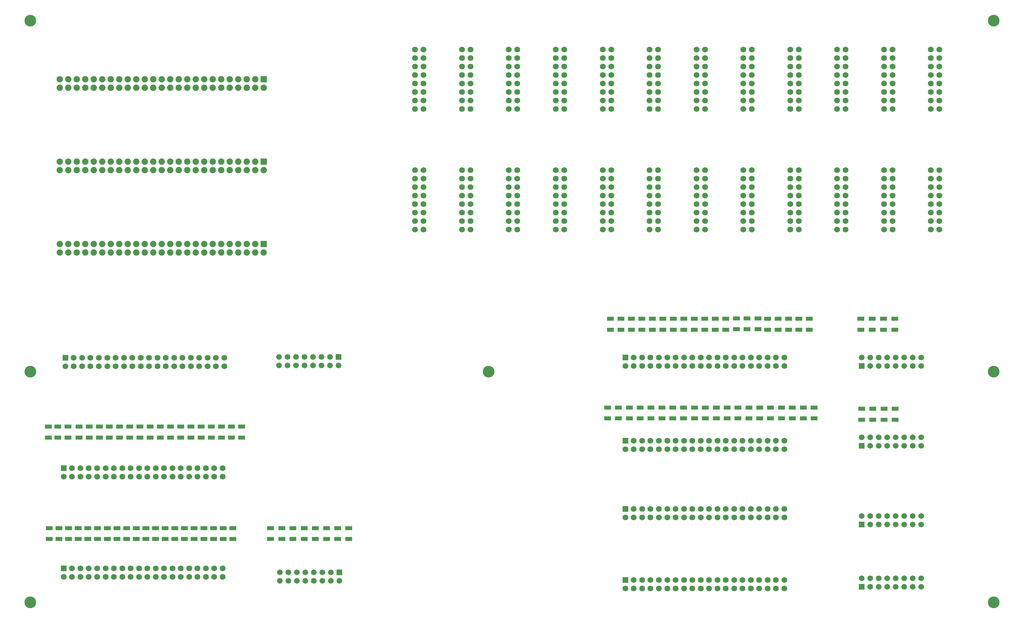
<source format=gts>
G04*
G04 #@! TF.GenerationSoftware,Altium Limited,Altium Designer,23.7.1 (13)*
G04*
G04 Layer_Color=8388736*
%FSLAX44Y44*%
%MOMM*%
G71*
G04*
G04 #@! TF.SameCoordinates,B1C70322-BD44-42DD-AC63-955F88C0B9D7*
G04*
G04*
G04 #@! TF.FilePolarity,Negative*
G04*
G01*
G75*
%ADD14R,2.0032X1.2032*%
%ADD15C,1.7272*%
%ADD16R,1.7032X1.7032*%
%ADD17C,1.7032*%
%ADD18R,1.7272X1.7272*%
%ADD19C,1.9032*%
%ADD20R,1.9032X1.9032*%
%ADD21C,3.5032*%
D14*
X1794510Y908050D02*
D03*
Y875550D02*
D03*
X778510Y281940D02*
D03*
Y249440D02*
D03*
X811893Y281940D02*
D03*
Y249440D02*
D03*
X845276Y281940D02*
D03*
Y249440D02*
D03*
X878659Y281940D02*
D03*
Y249440D02*
D03*
X912041Y281940D02*
D03*
Y249440D02*
D03*
X945424Y281940D02*
D03*
Y249440D02*
D03*
X978807Y281940D02*
D03*
Y249440D02*
D03*
X1012190Y281940D02*
D03*
Y249440D02*
D03*
X665480Y281940D02*
D03*
Y249440D02*
D03*
X636604Y281940D02*
D03*
Y249440D02*
D03*
X607728Y281940D02*
D03*
Y249440D02*
D03*
X578853Y281940D02*
D03*
Y249440D02*
D03*
X549977Y281940D02*
D03*
Y249440D02*
D03*
X2545080Y638810D02*
D03*
Y606310D02*
D03*
X203467Y281940D02*
D03*
Y249440D02*
D03*
X2542540Y908050D02*
D03*
Y875550D02*
D03*
X2578523Y638810D02*
D03*
Y606310D02*
D03*
X521101Y281940D02*
D03*
Y249440D02*
D03*
X174592Y281940D02*
D03*
Y249440D02*
D03*
X2576407Y908050D02*
D03*
Y875550D02*
D03*
X2611967Y638810D02*
D03*
Y606310D02*
D03*
X145716Y281940D02*
D03*
Y249440D02*
D03*
X2610273Y908050D02*
D03*
Y875550D02*
D03*
X2645410Y638810D02*
D03*
Y606310D02*
D03*
X116840Y281940D02*
D03*
Y249440D02*
D03*
X2644140Y908050D02*
D03*
Y875550D02*
D03*
X692150Y585470D02*
D03*
Y552970D02*
D03*
X2402840Y642620D02*
D03*
Y610120D02*
D03*
X492225Y281940D02*
D03*
Y249440D02*
D03*
X661737Y585470D02*
D03*
Y552970D02*
D03*
X2388869Y908050D02*
D03*
Y875550D02*
D03*
X2370355Y642620D02*
D03*
Y610120D02*
D03*
X631324Y585470D02*
D03*
Y552970D02*
D03*
X2357587Y908050D02*
D03*
Y875550D02*
D03*
X2337869Y642620D02*
D03*
Y610120D02*
D03*
X463349Y281940D02*
D03*
Y249440D02*
D03*
X600910Y585470D02*
D03*
Y552970D02*
D03*
X2326305Y908050D02*
D03*
Y875550D02*
D03*
X2305384Y642620D02*
D03*
Y610120D02*
D03*
X570497Y585470D02*
D03*
Y552970D02*
D03*
X2295023Y908050D02*
D03*
Y875550D02*
D03*
X2272899Y642620D02*
D03*
Y610120D02*
D03*
X434474Y281940D02*
D03*
Y249440D02*
D03*
X540084Y585470D02*
D03*
Y552970D02*
D03*
X2263741Y908050D02*
D03*
Y875550D02*
D03*
X2240414Y642620D02*
D03*
Y610120D02*
D03*
X509671Y585470D02*
D03*
Y552970D02*
D03*
X2235200Y909320D02*
D03*
Y876820D02*
D03*
X2207928Y642620D02*
D03*
Y610120D02*
D03*
X405598Y281940D02*
D03*
Y249440D02*
D03*
X479258Y585470D02*
D03*
Y552970D02*
D03*
X2201979Y909320D02*
D03*
Y876820D02*
D03*
X2175443Y642620D02*
D03*
Y610120D02*
D03*
X448845Y585470D02*
D03*
Y552970D02*
D03*
X2170697Y909320D02*
D03*
Y876820D02*
D03*
X2142958Y642620D02*
D03*
Y610120D02*
D03*
X376722Y281940D02*
D03*
Y249440D02*
D03*
X418432Y585470D02*
D03*
Y552970D02*
D03*
X2138613Y908050D02*
D03*
Y875550D02*
D03*
X2110473Y642620D02*
D03*
Y610120D02*
D03*
X388018Y585470D02*
D03*
Y552970D02*
D03*
X2107331Y908050D02*
D03*
Y875550D02*
D03*
X2077987Y642620D02*
D03*
Y610120D02*
D03*
X347846Y281940D02*
D03*
Y249440D02*
D03*
X357605Y585470D02*
D03*
Y552970D02*
D03*
X2076049Y908050D02*
D03*
Y875550D02*
D03*
X2045502Y642620D02*
D03*
Y610120D02*
D03*
X327192Y585470D02*
D03*
Y552970D02*
D03*
X2044767Y908050D02*
D03*
Y875550D02*
D03*
X2013017Y642620D02*
D03*
Y610120D02*
D03*
X318971Y281940D02*
D03*
Y249440D02*
D03*
X296779Y585470D02*
D03*
Y552970D02*
D03*
X2013485Y908050D02*
D03*
Y875550D02*
D03*
X1980531Y642620D02*
D03*
Y610120D02*
D03*
X266366Y585470D02*
D03*
Y552970D02*
D03*
X1982202Y908050D02*
D03*
Y875550D02*
D03*
X1948046Y642620D02*
D03*
Y610120D02*
D03*
X290095Y281940D02*
D03*
Y249440D02*
D03*
X235953Y585470D02*
D03*
Y552970D02*
D03*
X1950920Y908050D02*
D03*
Y875550D02*
D03*
X1915561Y642620D02*
D03*
Y610120D02*
D03*
X205539Y585470D02*
D03*
Y552970D02*
D03*
X1919638Y908050D02*
D03*
Y875550D02*
D03*
X1883076Y642620D02*
D03*
Y610120D02*
D03*
X261219Y281940D02*
D03*
Y249440D02*
D03*
X172720Y585470D02*
D03*
Y552970D02*
D03*
X1888356Y908050D02*
D03*
Y875550D02*
D03*
X1850591Y642620D02*
D03*
Y610120D02*
D03*
X142240Y585470D02*
D03*
Y552970D02*
D03*
X1857074Y908050D02*
D03*
Y875550D02*
D03*
X1818105Y642620D02*
D03*
Y610120D02*
D03*
X232343Y281940D02*
D03*
Y249440D02*
D03*
X114300Y585470D02*
D03*
Y552970D02*
D03*
X1825792Y908050D02*
D03*
Y875550D02*
D03*
X1785620Y642620D02*
D03*
Y610120D02*
D03*
D15*
X1210310Y1713230D02*
D03*
X1235710D02*
D03*
X1210310Y1687830D02*
D03*
X1235710D02*
D03*
X1210310Y1662430D02*
D03*
X1235710D02*
D03*
X1210310Y1637030D02*
D03*
X1235710D02*
D03*
X1210310Y1611630D02*
D03*
X1235710D02*
D03*
X1210310Y1586230D02*
D03*
X1235710D02*
D03*
X1210310Y1560830D02*
D03*
X1235710D02*
D03*
X1210310Y1535430D02*
D03*
X1235710D02*
D03*
X1838951Y101600D02*
D03*
X1863951Y126600D02*
D03*
Y101600D02*
D03*
X1888951Y126600D02*
D03*
Y101600D02*
D03*
X1913951Y126600D02*
D03*
Y101600D02*
D03*
X1938950Y126600D02*
D03*
Y101600D02*
D03*
X1963950Y126600D02*
D03*
Y101600D02*
D03*
X1988950Y126600D02*
D03*
Y101600D02*
D03*
X2013950Y126600D02*
D03*
Y101600D02*
D03*
X2038950Y126600D02*
D03*
Y101600D02*
D03*
X2063950Y126600D02*
D03*
Y101600D02*
D03*
X2088950Y126600D02*
D03*
Y101600D02*
D03*
X2113950Y126600D02*
D03*
Y101600D02*
D03*
X2138950Y126600D02*
D03*
Y101600D02*
D03*
X2163950Y126600D02*
D03*
Y101600D02*
D03*
X2188950Y126600D02*
D03*
Y101600D02*
D03*
X2213950Y126600D02*
D03*
Y101600D02*
D03*
X2238950Y126600D02*
D03*
Y101600D02*
D03*
X2263950Y126600D02*
D03*
Y101600D02*
D03*
X2313950D02*
D03*
Y126600D02*
D03*
X2288950Y101600D02*
D03*
Y126600D02*
D03*
X160011Y136090D02*
D03*
X185011Y161090D02*
D03*
Y136090D02*
D03*
X210011Y161090D02*
D03*
Y136090D02*
D03*
X235011Y161090D02*
D03*
Y136090D02*
D03*
X260010Y161090D02*
D03*
Y136090D02*
D03*
X285010Y161090D02*
D03*
Y136090D02*
D03*
X310010Y161090D02*
D03*
Y136090D02*
D03*
X335010Y161090D02*
D03*
Y136090D02*
D03*
X360010Y161090D02*
D03*
Y136090D02*
D03*
X385010Y161090D02*
D03*
Y136090D02*
D03*
X410010Y161090D02*
D03*
Y136090D02*
D03*
X435010Y161090D02*
D03*
Y136090D02*
D03*
X460010Y161090D02*
D03*
Y136090D02*
D03*
X485010Y161090D02*
D03*
Y136090D02*
D03*
X510010Y161090D02*
D03*
Y136090D02*
D03*
X535010Y161090D02*
D03*
Y136090D02*
D03*
X560010Y161090D02*
D03*
Y136090D02*
D03*
X585010Y161090D02*
D03*
Y136090D02*
D03*
X635010D02*
D03*
Y161090D02*
D03*
X610010Y136090D02*
D03*
Y161090D02*
D03*
X165091Y766010D02*
D03*
X190091Y791010D02*
D03*
Y766010D02*
D03*
X215091Y791010D02*
D03*
Y766010D02*
D03*
X240091Y791010D02*
D03*
Y766010D02*
D03*
X265090Y791010D02*
D03*
Y766010D02*
D03*
X290090Y791010D02*
D03*
Y766010D02*
D03*
X315090Y791010D02*
D03*
Y766010D02*
D03*
X340090Y791010D02*
D03*
Y766010D02*
D03*
X365090Y791010D02*
D03*
Y766010D02*
D03*
X390090Y791010D02*
D03*
Y766010D02*
D03*
X415090Y791010D02*
D03*
Y766010D02*
D03*
X440090Y791010D02*
D03*
Y766010D02*
D03*
X465090Y791010D02*
D03*
Y766010D02*
D03*
X490090Y791010D02*
D03*
Y766010D02*
D03*
X515090Y791010D02*
D03*
Y766010D02*
D03*
X540090Y791010D02*
D03*
Y766010D02*
D03*
X565090Y791010D02*
D03*
Y766010D02*
D03*
X590090Y791010D02*
D03*
Y766010D02*
D03*
X640090D02*
D03*
Y791010D02*
D03*
X615090Y766010D02*
D03*
Y791010D02*
D03*
X160011Y435810D02*
D03*
X185011Y460810D02*
D03*
Y435810D02*
D03*
X210011Y460810D02*
D03*
Y435810D02*
D03*
X235011Y460810D02*
D03*
Y435810D02*
D03*
X260010Y460810D02*
D03*
Y435810D02*
D03*
X285010Y460810D02*
D03*
Y435810D02*
D03*
X310010Y460810D02*
D03*
Y435810D02*
D03*
X335010Y460810D02*
D03*
Y435810D02*
D03*
X360010Y460810D02*
D03*
Y435810D02*
D03*
X385010Y460810D02*
D03*
Y435810D02*
D03*
X410010Y460810D02*
D03*
Y435810D02*
D03*
X435010Y460810D02*
D03*
Y435810D02*
D03*
X460010Y460810D02*
D03*
Y435810D02*
D03*
X485010Y460810D02*
D03*
Y435810D02*
D03*
X510010Y460810D02*
D03*
Y435810D02*
D03*
X535010Y460810D02*
D03*
Y435810D02*
D03*
X560010Y460810D02*
D03*
Y435810D02*
D03*
X585010Y460810D02*
D03*
Y435810D02*
D03*
X635010D02*
D03*
Y460810D02*
D03*
X610010Y435810D02*
D03*
Y460810D02*
D03*
X1838951Y518293D02*
D03*
X1863951Y543293D02*
D03*
Y518293D02*
D03*
X1888951Y543293D02*
D03*
Y518293D02*
D03*
X1913951Y543293D02*
D03*
Y518293D02*
D03*
X1938950Y543293D02*
D03*
Y518293D02*
D03*
X1963950Y543293D02*
D03*
Y518293D02*
D03*
X1988950Y543293D02*
D03*
Y518293D02*
D03*
X2013950Y543293D02*
D03*
Y518293D02*
D03*
X2038950Y543293D02*
D03*
Y518293D02*
D03*
X2063950Y543293D02*
D03*
Y518293D02*
D03*
X2088950Y543293D02*
D03*
Y518293D02*
D03*
X2113950Y543293D02*
D03*
Y518293D02*
D03*
X2138950Y543293D02*
D03*
Y518293D02*
D03*
X2163950Y543293D02*
D03*
Y518293D02*
D03*
X2188950Y543293D02*
D03*
Y518293D02*
D03*
X2213950Y543293D02*
D03*
Y518293D02*
D03*
X2238950Y543293D02*
D03*
Y518293D02*
D03*
X2263950Y543293D02*
D03*
Y518293D02*
D03*
X2313950D02*
D03*
Y543293D02*
D03*
X2288950Y518293D02*
D03*
Y543293D02*
D03*
X1838951Y767280D02*
D03*
X1863951Y792280D02*
D03*
Y767280D02*
D03*
X1888951Y792280D02*
D03*
Y767280D02*
D03*
X1913951Y792280D02*
D03*
Y767280D02*
D03*
X1938950Y792280D02*
D03*
Y767280D02*
D03*
X1963950Y792280D02*
D03*
Y767280D02*
D03*
X1988950Y792280D02*
D03*
Y767280D02*
D03*
X2013950Y792280D02*
D03*
Y767280D02*
D03*
X2038950Y792280D02*
D03*
Y767280D02*
D03*
X2063950Y792280D02*
D03*
Y767280D02*
D03*
X2088950Y792280D02*
D03*
Y767280D02*
D03*
X2113950Y792280D02*
D03*
Y767280D02*
D03*
X2138950Y792280D02*
D03*
Y767280D02*
D03*
X2163950Y792280D02*
D03*
Y767280D02*
D03*
X2188950Y792280D02*
D03*
Y767280D02*
D03*
X2213950Y792280D02*
D03*
Y767280D02*
D03*
X2238950Y792280D02*
D03*
Y767280D02*
D03*
X2263950Y792280D02*
D03*
Y767280D02*
D03*
X2313950D02*
D03*
Y792280D02*
D03*
X2288950Y767280D02*
D03*
Y792280D02*
D03*
X1838951Y313890D02*
D03*
X1863951Y338890D02*
D03*
Y313890D02*
D03*
X1888951Y338890D02*
D03*
Y313890D02*
D03*
X1913951Y338890D02*
D03*
Y313890D02*
D03*
X1938950Y338890D02*
D03*
Y313890D02*
D03*
X1963950Y338890D02*
D03*
Y313890D02*
D03*
X1988950Y338890D02*
D03*
Y313890D02*
D03*
X2013950Y338890D02*
D03*
Y313890D02*
D03*
X2038950Y338890D02*
D03*
Y313890D02*
D03*
X2063950Y338890D02*
D03*
Y313890D02*
D03*
X2088950Y338890D02*
D03*
Y313890D02*
D03*
X2113950Y338890D02*
D03*
Y313890D02*
D03*
X2138950Y338890D02*
D03*
Y313890D02*
D03*
X2163950Y338890D02*
D03*
Y313890D02*
D03*
X2188950Y338890D02*
D03*
Y313890D02*
D03*
X2213950Y338890D02*
D03*
Y313890D02*
D03*
X2238950Y338890D02*
D03*
Y313890D02*
D03*
X2263950Y338890D02*
D03*
Y313890D02*
D03*
X2313950D02*
D03*
Y338890D02*
D03*
X2288950Y313890D02*
D03*
Y338890D02*
D03*
X2752090Y1352550D02*
D03*
X2777490D02*
D03*
X2752090Y1327150D02*
D03*
X2777490D02*
D03*
X2752090Y1301750D02*
D03*
X2777490D02*
D03*
X2752090Y1276350D02*
D03*
X2777490D02*
D03*
X2752090Y1250950D02*
D03*
X2777490D02*
D03*
X2752090Y1225550D02*
D03*
X2777490D02*
D03*
X2752090Y1200150D02*
D03*
X2777490D02*
D03*
X2752090Y1174750D02*
D03*
X2777490D02*
D03*
X2611928Y1352550D02*
D03*
X2637328D02*
D03*
X2611928Y1327150D02*
D03*
X2637328D02*
D03*
X2611928Y1301750D02*
D03*
X2637328D02*
D03*
X2611928Y1276350D02*
D03*
X2637328D02*
D03*
X2611928Y1250950D02*
D03*
X2637328D02*
D03*
X2611928Y1225550D02*
D03*
X2637328D02*
D03*
X2611928Y1200150D02*
D03*
X2637328D02*
D03*
X2611928Y1174750D02*
D03*
X2637328D02*
D03*
X2752090Y1713230D02*
D03*
X2777490D02*
D03*
X2752090Y1687830D02*
D03*
X2777490D02*
D03*
X2752090Y1662430D02*
D03*
X2777490D02*
D03*
X2752090Y1637030D02*
D03*
X2777490D02*
D03*
X2752090Y1611630D02*
D03*
X2777490D02*
D03*
X2752090Y1586230D02*
D03*
X2777490D02*
D03*
X2752090Y1560830D02*
D03*
X2777490D02*
D03*
X2752090Y1535430D02*
D03*
X2777490D02*
D03*
X2611928Y1713230D02*
D03*
X2637328D02*
D03*
X2611928Y1687830D02*
D03*
X2637328D02*
D03*
X2611928Y1662430D02*
D03*
X2637328D02*
D03*
X2611928Y1637030D02*
D03*
X2637328D02*
D03*
X2611928Y1611630D02*
D03*
X2637328D02*
D03*
X2611928Y1586230D02*
D03*
X2637328D02*
D03*
X2611928Y1560830D02*
D03*
X2637328D02*
D03*
X2611928Y1535430D02*
D03*
X2637328D02*
D03*
X2471766Y1352550D02*
D03*
X2497166D02*
D03*
X2471766Y1327150D02*
D03*
X2497166D02*
D03*
X2471766Y1301750D02*
D03*
X2497166D02*
D03*
X2471766Y1276350D02*
D03*
X2497166D02*
D03*
X2471766Y1250950D02*
D03*
X2497166D02*
D03*
X2471766Y1225550D02*
D03*
X2497166D02*
D03*
X2471766Y1200150D02*
D03*
X2497166D02*
D03*
X2471766Y1174750D02*
D03*
X2497166D02*
D03*
X2331604Y1352550D02*
D03*
X2357004D02*
D03*
X2331604Y1327150D02*
D03*
X2357004D02*
D03*
X2331604Y1301750D02*
D03*
X2357004D02*
D03*
X2331604Y1276350D02*
D03*
X2357004D02*
D03*
X2331604Y1250950D02*
D03*
X2357004D02*
D03*
X2331604Y1225550D02*
D03*
X2357004D02*
D03*
X2331604Y1200150D02*
D03*
X2357004D02*
D03*
X2331604Y1174750D02*
D03*
X2357004D02*
D03*
X2471766Y1713230D02*
D03*
X2497166D02*
D03*
X2471766Y1687830D02*
D03*
X2497166D02*
D03*
X2471766Y1662430D02*
D03*
X2497166D02*
D03*
X2471766Y1637030D02*
D03*
X2497166D02*
D03*
X2471766Y1611630D02*
D03*
X2497166D02*
D03*
X2471766Y1586230D02*
D03*
X2497166D02*
D03*
X2471766Y1560830D02*
D03*
X2497166D02*
D03*
X2471766Y1535430D02*
D03*
X2497166D02*
D03*
X2331604Y1713230D02*
D03*
X2357004D02*
D03*
X2331604Y1687830D02*
D03*
X2357004D02*
D03*
X2331604Y1662430D02*
D03*
X2357004D02*
D03*
X2331604Y1637030D02*
D03*
X2357004D02*
D03*
X2331604Y1611630D02*
D03*
X2357004D02*
D03*
X2331604Y1586230D02*
D03*
X2357004D02*
D03*
X2331604Y1560830D02*
D03*
X2357004D02*
D03*
X2331604Y1535430D02*
D03*
X2357004D02*
D03*
X2191443Y1352550D02*
D03*
X2216843D02*
D03*
X2191443Y1327150D02*
D03*
X2216843D02*
D03*
X2191443Y1301750D02*
D03*
X2216843D02*
D03*
X2191443Y1276350D02*
D03*
X2216843D02*
D03*
X2191443Y1250950D02*
D03*
X2216843D02*
D03*
X2191443Y1225550D02*
D03*
X2216843D02*
D03*
X2191443Y1200150D02*
D03*
X2216843D02*
D03*
X2191443Y1174750D02*
D03*
X2216843D02*
D03*
X2051281Y1352550D02*
D03*
X2076681D02*
D03*
X2051281Y1327150D02*
D03*
X2076681D02*
D03*
X2051281Y1301750D02*
D03*
X2076681D02*
D03*
X2051281Y1276350D02*
D03*
X2076681D02*
D03*
X2051281Y1250950D02*
D03*
X2076681D02*
D03*
X2051281Y1225550D02*
D03*
X2076681D02*
D03*
X2051281Y1200150D02*
D03*
X2076681D02*
D03*
X2051281Y1174750D02*
D03*
X2076681D02*
D03*
X2191443Y1713230D02*
D03*
X2216843D02*
D03*
X2191443Y1687830D02*
D03*
X2216843D02*
D03*
X2191443Y1662430D02*
D03*
X2216843D02*
D03*
X2191443Y1637030D02*
D03*
X2216843D02*
D03*
X2191443Y1611630D02*
D03*
X2216843D02*
D03*
X2191443Y1586230D02*
D03*
X2216843D02*
D03*
X2191443Y1560830D02*
D03*
X2216843D02*
D03*
X2191443Y1535430D02*
D03*
X2216843D02*
D03*
X2051281Y1713230D02*
D03*
X2076681D02*
D03*
X2051281Y1687830D02*
D03*
X2076681D02*
D03*
X2051281Y1662430D02*
D03*
X2076681D02*
D03*
X2051281Y1637030D02*
D03*
X2076681D02*
D03*
X2051281Y1611630D02*
D03*
X2076681D02*
D03*
X2051281Y1586230D02*
D03*
X2076681D02*
D03*
X2051281Y1560830D02*
D03*
X2076681D02*
D03*
X2051281Y1535430D02*
D03*
X2076681D02*
D03*
X1911119Y1352550D02*
D03*
X1936519D02*
D03*
X1911119Y1327150D02*
D03*
X1936519D02*
D03*
X1911119Y1301750D02*
D03*
X1936519D02*
D03*
X1911119Y1276350D02*
D03*
X1936519D02*
D03*
X1911119Y1250950D02*
D03*
X1936519D02*
D03*
X1911119Y1225550D02*
D03*
X1936519D02*
D03*
X1911119Y1200150D02*
D03*
X1936519D02*
D03*
X1911119Y1174750D02*
D03*
X1936519D02*
D03*
X1770957Y1352550D02*
D03*
X1796357D02*
D03*
X1770957Y1327150D02*
D03*
X1796357D02*
D03*
X1770957Y1301750D02*
D03*
X1796357D02*
D03*
X1770957Y1276350D02*
D03*
X1796357D02*
D03*
X1770957Y1250950D02*
D03*
X1796357D02*
D03*
X1770957Y1225550D02*
D03*
X1796357D02*
D03*
X1770957Y1200150D02*
D03*
X1796357D02*
D03*
X1770957Y1174750D02*
D03*
X1796357D02*
D03*
X1911119Y1713230D02*
D03*
X1936519D02*
D03*
X1911119Y1687830D02*
D03*
X1936519D02*
D03*
X1911119Y1662430D02*
D03*
X1936519D02*
D03*
X1911119Y1637030D02*
D03*
X1936519D02*
D03*
X1911119Y1611630D02*
D03*
X1936519D02*
D03*
X1911119Y1586230D02*
D03*
X1936519D02*
D03*
X1911119Y1560830D02*
D03*
X1936519D02*
D03*
X1911119Y1535430D02*
D03*
X1936519D02*
D03*
X1770957Y1713230D02*
D03*
X1796357D02*
D03*
X1770957Y1687830D02*
D03*
X1796357D02*
D03*
X1770957Y1662430D02*
D03*
X1796357D02*
D03*
X1770957Y1637030D02*
D03*
X1796357D02*
D03*
X1770957Y1611630D02*
D03*
X1796357D02*
D03*
X1770957Y1586230D02*
D03*
X1796357D02*
D03*
X1770957Y1560830D02*
D03*
X1796357D02*
D03*
X1770957Y1535430D02*
D03*
X1796357D02*
D03*
X1630795Y1352550D02*
D03*
X1656195D02*
D03*
X1630795Y1327150D02*
D03*
X1656195D02*
D03*
X1630795Y1301750D02*
D03*
X1656195D02*
D03*
X1630795Y1276350D02*
D03*
X1656195D02*
D03*
X1630795Y1250950D02*
D03*
X1656195D02*
D03*
X1630795Y1225550D02*
D03*
X1656195D02*
D03*
X1630795Y1200150D02*
D03*
X1656195D02*
D03*
X1630795Y1174750D02*
D03*
X1656195D02*
D03*
X1490634Y1352550D02*
D03*
X1516034D02*
D03*
X1490634Y1327150D02*
D03*
X1516034D02*
D03*
X1490634Y1301750D02*
D03*
X1516034D02*
D03*
X1490634Y1276350D02*
D03*
X1516034D02*
D03*
X1490634Y1250950D02*
D03*
X1516034D02*
D03*
X1490634Y1225550D02*
D03*
X1516034D02*
D03*
X1490634Y1200150D02*
D03*
X1516034D02*
D03*
X1490634Y1174750D02*
D03*
X1516034D02*
D03*
X1630795Y1713230D02*
D03*
X1656195D02*
D03*
X1630795Y1687830D02*
D03*
X1656195D02*
D03*
X1630795Y1662430D02*
D03*
X1656195D02*
D03*
X1630795Y1637030D02*
D03*
X1656195D02*
D03*
X1630795Y1611630D02*
D03*
X1656195D02*
D03*
X1630795Y1586230D02*
D03*
X1656195D02*
D03*
X1630795Y1560830D02*
D03*
X1656195D02*
D03*
X1630795Y1535430D02*
D03*
X1656195D02*
D03*
X1490634Y1713230D02*
D03*
X1516034D02*
D03*
X1490634Y1687830D02*
D03*
X1516034D02*
D03*
X1490634Y1662430D02*
D03*
X1516034D02*
D03*
X1490634Y1637030D02*
D03*
X1516034D02*
D03*
X1490634Y1611630D02*
D03*
X1516034D02*
D03*
X1490634Y1586230D02*
D03*
X1516034D02*
D03*
X1490634Y1560830D02*
D03*
X1516034D02*
D03*
X1490634Y1535430D02*
D03*
X1516034D02*
D03*
X1350472Y1352550D02*
D03*
X1375872D02*
D03*
X1350472Y1327150D02*
D03*
X1375872D02*
D03*
X1350472Y1301750D02*
D03*
X1375872D02*
D03*
X1350472Y1276350D02*
D03*
X1375872D02*
D03*
X1350472Y1250950D02*
D03*
X1375872D02*
D03*
X1350472Y1225550D02*
D03*
X1375872D02*
D03*
X1350472Y1200150D02*
D03*
X1375872D02*
D03*
X1350472Y1174750D02*
D03*
X1375872D02*
D03*
X1210310Y1352550D02*
D03*
X1235710D02*
D03*
X1210310Y1327150D02*
D03*
X1235710D02*
D03*
X1210310Y1301750D02*
D03*
X1235710D02*
D03*
X1210310Y1276350D02*
D03*
X1235710D02*
D03*
X1210310Y1250950D02*
D03*
X1235710D02*
D03*
X1210310Y1225550D02*
D03*
X1235710D02*
D03*
X1210310Y1200150D02*
D03*
X1235710D02*
D03*
X1210310Y1174750D02*
D03*
X1235710D02*
D03*
X1350472Y1713230D02*
D03*
X1375872D02*
D03*
X1350472Y1687830D02*
D03*
X1375872D02*
D03*
X1350472Y1662430D02*
D03*
X1375872D02*
D03*
X1350472Y1637030D02*
D03*
X1375872D02*
D03*
X1350472Y1611630D02*
D03*
X1375872D02*
D03*
X1350472Y1586230D02*
D03*
X1375872D02*
D03*
X1350472Y1560830D02*
D03*
X1375872D02*
D03*
X1350472Y1535430D02*
D03*
X1375872D02*
D03*
D16*
X2545080Y292523D02*
D03*
X984250Y149860D02*
D03*
X2545080Y528320D02*
D03*
X981710Y793750D02*
D03*
X2545080Y767080D02*
D03*
Y106680D02*
D03*
D17*
X2570480Y292523D02*
D03*
X2595880D02*
D03*
X2621280D02*
D03*
X2646680D02*
D03*
X2672080D02*
D03*
X2697480D02*
D03*
X2722880D02*
D03*
X2545080Y317923D02*
D03*
X2570480D02*
D03*
X2595880D02*
D03*
X2621280D02*
D03*
X2646680D02*
D03*
X2672080D02*
D03*
X2697480D02*
D03*
X2722880D02*
D03*
X958850Y149860D02*
D03*
X933450D02*
D03*
X908050D02*
D03*
X882650D02*
D03*
X857250D02*
D03*
X831850D02*
D03*
X806450D02*
D03*
X984250Y124460D02*
D03*
X958850D02*
D03*
X933450D02*
D03*
X908050D02*
D03*
X882650D02*
D03*
X857250D02*
D03*
X831850D02*
D03*
X806450D02*
D03*
X2570480Y528320D02*
D03*
X2595880D02*
D03*
X2621280D02*
D03*
X2646680D02*
D03*
X2672080D02*
D03*
X2697480D02*
D03*
X2722880D02*
D03*
X2545080Y553720D02*
D03*
X2570480D02*
D03*
X2595880D02*
D03*
X2621280D02*
D03*
X2646680D02*
D03*
X2672080D02*
D03*
X2697480D02*
D03*
X2722880D02*
D03*
X956310Y793750D02*
D03*
X930910D02*
D03*
X905510D02*
D03*
X880110D02*
D03*
X854710D02*
D03*
X829310D02*
D03*
X803910D02*
D03*
X981710Y768350D02*
D03*
X956310D02*
D03*
X930910D02*
D03*
X905510D02*
D03*
X880110D02*
D03*
X854710D02*
D03*
X829310D02*
D03*
X803910D02*
D03*
X2570480Y767080D02*
D03*
X2595880D02*
D03*
X2621280D02*
D03*
X2646680D02*
D03*
X2672080D02*
D03*
X2697480D02*
D03*
X2722880D02*
D03*
X2545080Y792480D02*
D03*
X2570480D02*
D03*
X2595880D02*
D03*
X2621280D02*
D03*
X2646680D02*
D03*
X2672080D02*
D03*
X2697480D02*
D03*
X2722880D02*
D03*
X2570480Y106680D02*
D03*
X2595880D02*
D03*
X2621280D02*
D03*
X2646680D02*
D03*
X2672080D02*
D03*
X2697480D02*
D03*
X2722880D02*
D03*
X2545080Y132080D02*
D03*
X2570480D02*
D03*
X2595880D02*
D03*
X2621280D02*
D03*
X2646680D02*
D03*
X2672080D02*
D03*
X2697480D02*
D03*
X2722880D02*
D03*
D18*
X1838951Y126600D02*
D03*
X160011Y161090D02*
D03*
X165091Y791010D02*
D03*
X160011Y460810D02*
D03*
X1838951Y543293D02*
D03*
Y792280D02*
D03*
Y338890D02*
D03*
D19*
X148591Y1106170D02*
D03*
Y1131570D02*
D03*
X173991Y1106170D02*
D03*
Y1131570D02*
D03*
X199391Y1106170D02*
D03*
Y1131570D02*
D03*
X224790Y1106170D02*
D03*
Y1131570D02*
D03*
X250191Y1106170D02*
D03*
Y1131570D02*
D03*
X275590Y1106170D02*
D03*
Y1131570D02*
D03*
X300991Y1106170D02*
D03*
Y1131570D02*
D03*
X326390Y1106170D02*
D03*
Y1131570D02*
D03*
X351790Y1106170D02*
D03*
Y1131570D02*
D03*
X377190Y1106170D02*
D03*
Y1131570D02*
D03*
X402590Y1106170D02*
D03*
Y1131570D02*
D03*
X427990Y1106170D02*
D03*
Y1131570D02*
D03*
X453390Y1106170D02*
D03*
Y1131570D02*
D03*
X478790Y1106170D02*
D03*
Y1131570D02*
D03*
X504190Y1106170D02*
D03*
Y1131570D02*
D03*
X529590Y1106170D02*
D03*
Y1131570D02*
D03*
X554990Y1106170D02*
D03*
Y1131570D02*
D03*
X580390Y1106170D02*
D03*
Y1131570D02*
D03*
X605790Y1106170D02*
D03*
Y1131570D02*
D03*
X631190Y1106170D02*
D03*
Y1131570D02*
D03*
X656590Y1106170D02*
D03*
Y1131570D02*
D03*
X681990Y1106170D02*
D03*
Y1131570D02*
D03*
X707390Y1106170D02*
D03*
Y1131570D02*
D03*
X732790Y1106170D02*
D03*
Y1131570D02*
D03*
X758189Y1106170D02*
D03*
X148591Y1352550D02*
D03*
Y1377950D02*
D03*
X173991Y1352550D02*
D03*
Y1377950D02*
D03*
X199391Y1352550D02*
D03*
Y1377950D02*
D03*
X224790Y1352550D02*
D03*
Y1377950D02*
D03*
X250191Y1352550D02*
D03*
Y1377950D02*
D03*
X275590Y1352550D02*
D03*
Y1377950D02*
D03*
X300991Y1352550D02*
D03*
Y1377950D02*
D03*
X326390Y1352550D02*
D03*
Y1377950D02*
D03*
X351790Y1352550D02*
D03*
Y1377950D02*
D03*
X377190Y1352550D02*
D03*
Y1377950D02*
D03*
X402590Y1352550D02*
D03*
Y1377950D02*
D03*
X427990Y1352550D02*
D03*
Y1377950D02*
D03*
X453390Y1352550D02*
D03*
Y1377950D02*
D03*
X478790Y1352550D02*
D03*
Y1377950D02*
D03*
X504190Y1352550D02*
D03*
Y1377950D02*
D03*
X529590Y1352550D02*
D03*
Y1377950D02*
D03*
X554990Y1352550D02*
D03*
Y1377950D02*
D03*
X580390Y1352550D02*
D03*
Y1377950D02*
D03*
X605790Y1352550D02*
D03*
Y1377950D02*
D03*
X631190Y1352550D02*
D03*
Y1377950D02*
D03*
X656590Y1352550D02*
D03*
Y1377950D02*
D03*
X681990Y1352550D02*
D03*
Y1377950D02*
D03*
X707390Y1352550D02*
D03*
Y1377950D02*
D03*
X732790Y1352550D02*
D03*
Y1377950D02*
D03*
X758189Y1352550D02*
D03*
X148591Y1598930D02*
D03*
Y1624330D02*
D03*
X173991Y1598930D02*
D03*
Y1624330D02*
D03*
X199391Y1598930D02*
D03*
Y1624330D02*
D03*
X224790Y1598930D02*
D03*
Y1624330D02*
D03*
X250191Y1598930D02*
D03*
Y1624330D02*
D03*
X275590Y1598930D02*
D03*
Y1624330D02*
D03*
X300991Y1598930D02*
D03*
Y1624330D02*
D03*
X326390Y1598930D02*
D03*
Y1624330D02*
D03*
X351790Y1598930D02*
D03*
Y1624330D02*
D03*
X377190Y1598930D02*
D03*
Y1624330D02*
D03*
X402590Y1598930D02*
D03*
Y1624330D02*
D03*
X427990Y1598930D02*
D03*
Y1624330D02*
D03*
X453390Y1598930D02*
D03*
Y1624330D02*
D03*
X478790Y1598930D02*
D03*
Y1624330D02*
D03*
X504190Y1598930D02*
D03*
Y1624330D02*
D03*
X529590Y1598930D02*
D03*
Y1624330D02*
D03*
X554990Y1598930D02*
D03*
Y1624330D02*
D03*
X580390Y1598930D02*
D03*
Y1624330D02*
D03*
X605790Y1598930D02*
D03*
Y1624330D02*
D03*
X631190Y1598930D02*
D03*
Y1624330D02*
D03*
X656590Y1598930D02*
D03*
Y1624330D02*
D03*
X681990Y1598930D02*
D03*
Y1624330D02*
D03*
X707390Y1598930D02*
D03*
Y1624330D02*
D03*
X732790Y1598930D02*
D03*
Y1624330D02*
D03*
X758189Y1598930D02*
D03*
D20*
Y1131570D02*
D03*
Y1377950D02*
D03*
Y1624330D02*
D03*
D21*
X2940000Y750000D02*
D03*
X60000D02*
D03*
X1430000D02*
D03*
X60000Y60000D02*
D03*
Y1800000D02*
D03*
X2940000D02*
D03*
Y60000D02*
D03*
M02*

</source>
